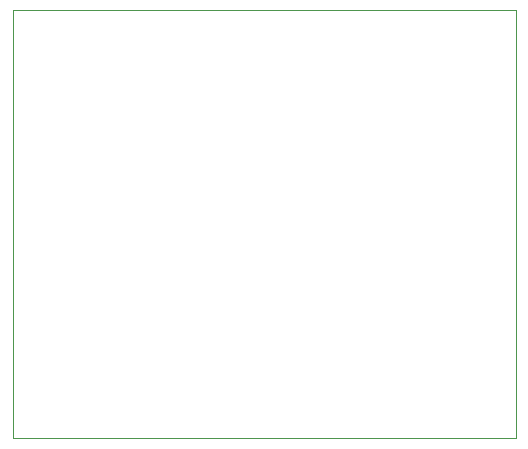
<source format=gm1>
G04 #@! TF.GenerationSoftware,KiCad,Pcbnew,(5.1.7)-1*
G04 #@! TF.CreationDate,2021-07-31T20:16:39-07:00*
G04 #@! TF.ProjectId,clkbrd3,636c6b62-7264-4332-9e6b-696361645f70,rev?*
G04 #@! TF.SameCoordinates,Original*
G04 #@! TF.FileFunction,Profile,NP*
%FSLAX46Y46*%
G04 Gerber Fmt 4.6, Leading zero omitted, Abs format (unit mm)*
G04 Created by KiCad (PCBNEW (5.1.7)-1) date 2021-07-31 20:16:39*
%MOMM*%
%LPD*%
G01*
G04 APERTURE LIST*
G04 #@! TA.AperFunction,Profile*
%ADD10C,0.050000*%
G04 #@! TD*
G04 APERTURE END LIST*
D10*
X43860000Y-24000000D02*
X43860000Y-60200000D01*
X86420000Y-24000000D02*
X43860000Y-24000000D01*
X86420000Y-60200000D02*
X86420000Y-24000000D01*
X43860000Y-60200000D02*
X86420000Y-60200000D01*
M02*

</source>
